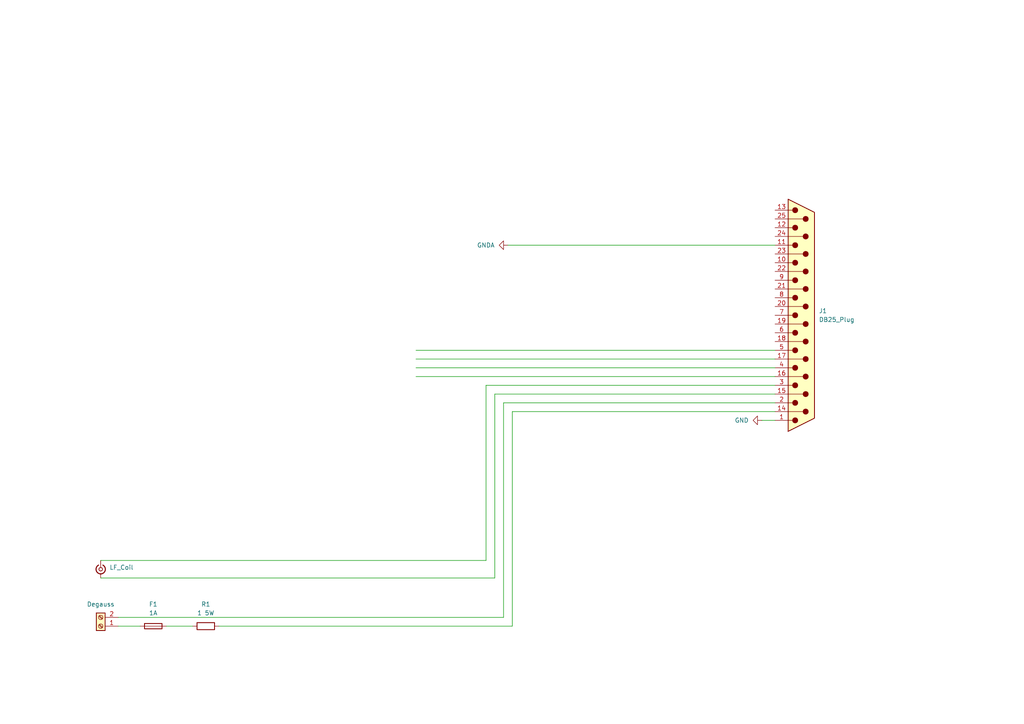
<source format=kicad_sch>
(kicad_sch (version 20231120) (generator "eeschema") (generator_version "8.0")
  (paper "A4")
  (lib_symbols
    (symbol "Connector:Conn_Coaxial_Small" (pin_numbers hide) (pin_names (offset 1.016) hide)
      (property "Reference" "J" (at 0.254 3.048 0))
      (property "Value" "Conn_Coaxial_Small" (at 0 -3.81 0))
      (symbol "Conn_Coaxial_Small_0_1"
        (polyline (pts (xy -2.54 0) (xy -0.508 0)))
        (circle (center 0 0) (radius 0.508) (stroke (width 0.2032)))
      )
      (symbol "Conn_Coaxial_Small_1_1"
        (arc (start -1.1916 -0.6311) (mid 0.327 -1.3081) (end 1.3484 0.0039) (stroke (width 0.3048)))
        (arc (start 1.3484 -0.0039) (mid 0.327 1.3081) (end -1.1916 0.6311) (stroke (width 0.3048)))
        (pin passive line (at -2.54 0 0) (length 1.27) (name "In") (number "1"))
        (pin passive line (at 2.54 0 180) (length 1.27) (name "Ext") (number "2"))
      )
    )
    (symbol "Connector:DB25_Plug" (pin_names (offset 1.016) hide)
      (property "Reference" "J" (at 0 34.29 0))
      (property "Value" "DB25_Plug" (at 0 -34.925 0))
      (symbol "DB25_Plug_0_1"
        (circle (center -1.778 -30.48) (radius 0.762) (fill (type outline)))
        (circle (center -1.778 -25.4) (radius 0.762) (fill (type outline)))
        (circle (center -1.778 -20.32) (radius 0.762) (fill (type outline)))
        (circle (center -1.778 -15.24) (radius 0.762) (fill (type outline)))
        (circle (center -1.778 -10.16) (radius 0.762) (fill (type outline)))
        (circle (center -1.778 -5.08) (radius 0.762) (fill (type outline)))
        (circle (center -1.778 0) (radius 0.762) (fill (type outline)))
        (circle (center -1.778 5.08) (radius 0.762) (fill (type outline)))
        (circle (center -1.778 10.16) (radius 0.762) (fill (type outline)))
        (circle (center -1.778 15.24) (radius 0.762) (fill (type outline)))
        (circle (center -1.778 20.32) (radius 0.762) (fill (type outline)))
        (circle (center -1.778 25.4) (radius 0.762) (fill (type outline)))
        (circle (center -1.778 30.48) (radius 0.762) (fill (type outline)))
        (polyline (pts (xy -3.81 -30.48) (xy -2.54 -30.48)))
        (polyline (pts (xy -3.81 -27.94) (xy 0.508 -27.94)))
        (polyline (pts (xy -3.81 -25.4) (xy -2.54 -25.4)))
        (polyline (pts (xy -3.81 -22.86) (xy 0.508 -22.86)))
        (polyline (pts (xy -3.81 -20.32) (xy -2.54 -20.32)))
        (polyline (pts (xy -3.81 -17.78) (xy 0.508 -17.78)))
        (polyline (pts (xy -3.81 -15.24) (xy -2.54 -15.24)))
        (polyline (pts (xy -3.81 -12.7) (xy 0.508 -12.7)))
        (polyline (pts (xy -3.81 -10.16) (xy -2.54 -10.16)))
        (polyline (pts (xy -3.81 -7.62) (xy 0.508 -7.62)))
        (polyline (pts (xy -3.81 -5.08) (xy -2.54 -5.08)))
        (polyline (pts (xy -3.81 -2.54) (xy 0.508 -2.54)))
        (polyline (pts (xy -3.81 0) (xy -2.54 0)))
        (polyline (pts (xy -3.81 2.54) (xy 0.508 2.54)))
        (polyline (pts (xy -3.81 5.08) (xy -2.54 5.08)))
        (polyline (pts (xy -3.81 7.62) (xy 0.508 7.62)))
        (polyline (pts (xy -3.81 10.16) (xy -2.54 10.16)))
        (polyline (pts (xy -3.81 12.7) (xy 0.508 12.7)))
        (polyline (pts (xy -3.81 15.24) (xy -2.54 15.24)))
        (polyline (pts (xy -3.81 17.78) (xy 0.508 17.78)))
        (polyline (pts (xy -3.81 20.32) (xy -2.54 20.32)))
        (polyline (pts (xy -3.81 22.86) (xy 0.508 22.86)))
        (polyline (pts (xy -3.81 25.4) (xy -2.54 25.4)))
        (polyline (pts (xy -3.81 27.94) (xy 0.508 27.94)))
        (polyline (pts (xy -3.81 30.48) (xy -2.54 30.48)))
        (polyline (pts (xy -3.81 -33.655) (xy 3.81 -29.845) (xy 3.81 29.845) (xy -3.81 33.655) (xy -3.81 -33.655)) (stroke (width 0.254)) (fill (type background)))
        (circle (center 1.27 -27.94) (radius 0.762) (fill (type outline)))
        (circle (center 1.27 -22.86) (radius 0.762) (fill (type outline)))
        (circle (center 1.27 -17.78) (radius 0.762) (fill (type outline)))
        (circle (center 1.27 -12.7) (radius 0.762) (fill (type outline)))
        (circle (center 1.27 -7.62) (radius 0.762) (fill (type outline)))
        (circle (center 1.27 -2.54) (radius 0.762) (fill (type outline)))
        (circle (center 1.27 2.54) (radius 0.762) (fill (type outline)))
        (circle (center 1.27 7.62) (radius 0.762) (fill (type outline)))
        (circle (center 1.27 12.7) (radius 0.762) (fill (type outline)))
        (circle (center 1.27 17.78) (radius 0.762) (fill (type outline)))
        (circle (center 1.27 22.86) (radius 0.762) (fill (type outline)))
        (circle (center 1.27 27.94) (radius 0.762) (fill (type outline)))
      )
      (symbol "DB25_Plug_1_1"
        (pin passive line (at -7.62 -30.48 0) (length 3.81) (name "1") (number "1"))
        (pin passive line (at -7.62 15.24 0) (length 3.81) (name "10") (number "10"))
        (pin passive line (at -7.62 20.32 0) (length 3.81) (name "11") (number "11"))
        (pin passive line (at -7.62 25.4 0) (length 3.81) (name "12") (number "12"))
        (pin passive line (at -7.62 30.48 0) (length 3.81) (name "13") (number "13"))
        (pin passive line (at -7.62 -27.94 0) (length 3.81) (name "P14") (number "14"))
        (pin passive line (at -7.62 -22.86 0) (length 3.81) (name "P15") (number "15"))
        (pin passive line (at -7.62 -17.78 0) (length 3.81) (name "P16") (number "16"))
        (pin passive line (at -7.62 -12.7 0) (length 3.81) (name "P17") (number "17"))
        (pin passive line (at -7.62 -7.62 0) (length 3.81) (name "P18") (number "18"))
        (pin passive line (at -7.62 -2.54 0) (length 3.81) (name "P19") (number "19"))
        (pin passive line (at -7.62 -25.4 0) (length 3.81) (name "2") (number "2"))
        (pin passive line (at -7.62 2.54 0) (length 3.81) (name "P20") (number "20"))
        (pin passive line (at -7.62 7.62 0) (length 3.81) (name "P21") (number "21"))
        (pin passive line (at -7.62 12.7 0) (length 3.81) (name "P22") (number "22"))
        (pin passive line (at -7.62 17.78 0) (length 3.81) (name "P23") (number "23"))
        (pin passive line (at -7.62 22.86 0) (length 3.81) (name "P24") (number "24"))
        (pin passive line (at -7.62 27.94 0) (length 3.81) (name "P25") (number "25"))
        (pin passive line (at -7.62 -20.32 0) (length 3.81) (name "3") (number "3"))
        (pin passive line (at -7.62 -15.24 0) (length 3.81) (name "4") (number "4"))
        (pin passive line (at -7.62 -10.16 0) (length 3.81) (name "5") (number "5"))
        (pin passive line (at -7.62 -5.08 0) (length 3.81) (name "6") (number "6"))
        (pin passive line (at -7.62 0 0) (length 3.81) (name "7") (number "7"))
        (pin passive line (at -7.62 5.08 0) (length 3.81) (name "8") (number "8"))
        (pin passive line (at -7.62 10.16 0) (length 3.81) (name "9") (number "9"))
      )
    )
    (symbol "Connector:Screw_Terminal_01x02" (pin_names (offset 1.016) hide)
      (property "Reference" "J" (at 0 2.54 0))
      (property "Value" "Screw_Terminal_01x02" (at 0 -5.08 0))
      (symbol "Screw_Terminal_01x02_1_1"
        (rectangle (start -1.27 1.27) (end 1.27 -3.81) (stroke (width 0.254)) (fill (type background)))
        (circle (center 0 -2.54) (radius 0.635) (stroke (width 0.1524)))
        (polyline (pts (xy -0.5334 -2.2098) (xy 0.3302 -3.048)) (stroke (width 0.1524)))
        (polyline (pts (xy -0.5334 0.3302) (xy 0.3302 -0.508)) (stroke (width 0.1524)))
        (polyline (pts (xy -0.3556 -2.032) (xy 0.508 -2.8702)) (stroke (width 0.1524)))
        (polyline (pts (xy -0.3556 0.508) (xy 0.508 -0.3302)) (stroke (width 0.1524)))
        (circle (center 0 0) (radius 0.635) (stroke (width 0.1524)))
        (pin passive line (at -5.08 0 0) (length 3.81) (name "Pin_1") (number "1"))
        (pin passive line (at -5.08 -2.54 0) (length 3.81) (name "Pin_2") (number "2"))
      )
    )
    (symbol "Device:Fuse" (pin_numbers hide) (pin_names (offset 0))
      (property "Reference" "F" (at 2.032 0 90))
      (property "Value" "Fuse" (at -1.905 0 90))
      (symbol "Fuse_0_1"
        (rectangle (start -0.762 -2.54) (end 0.762 2.54) (stroke (width 0.254)))
        (polyline (pts (xy 0 2.54) (xy 0 -2.54)))
      )
      (symbol "Fuse_1_1"
        (pin passive line (at 0 3.81 270) (length 1.27) (name "~") (number "1"))
        (pin passive line (at 0 -3.81 90) (length 1.27) (name "~") (number "2"))
      )
    )
    (symbol "Device:R" (pin_numbers hide) (pin_names (offset 0))
      (property "Reference" "R" (at 2.032 0 90))
      (property "Value" "R" (at 0 0 90))
      (symbol "R_0_1"
        (rectangle (start -1.016 -2.54) (end 1.016 2.54) (stroke (width 0.254)))
      )
      (symbol "R_1_1"
        (pin passive line (at 0 3.81 270) (length 1.27) (name "~") (number "1"))
        (pin passive line (at 0 -3.81 90) (length 1.27) (name "~") (number "2"))
      )
    )
    (symbol "power:GND" (power) (pin_numbers hide) (pin_names (offset 0) hide)
      (property "Value" "GND" (at 0 -3.81 0))
      (symbol "GND_0_1"
        (polyline (pts (xy 0 0) (xy 0 -1.27) (xy 1.27 -1.27) (xy 0 -2.54) (xy -1.27 -1.27) (xy 0 -1.27)))
      )
      (symbol "GND_1_1"
        (pin power_in line (at 0 0 270) (length 0) (name "~") (number "1"))
      )
    )
    (symbol "power:GNDA" (power) (pin_numbers hide) (pin_names (offset 0) hide)
      (property "Value" "GNDA" (at 0 -3.81 0))
      (symbol "GNDA_0_1"
        (polyline (pts (xy 0 0) (xy 0 -1.27) (xy 1.27 -1.27) (xy 0 -2.54) (xy -1.27 -1.27) (xy 0 -1.27)))
      )
      (symbol "GNDA_1_1"
        (pin power_in line (at 0 0 270) (length 0) (name "~") (number "1"))
      )
    )
  )
  (wire (pts (xy 146.05 179.07) (xy 34.29 179.07)))
  (wire (pts (xy 120.65 104.14) (xy 224.79 104.14)))
  (wire (pts (xy 120.65 101.6) (xy 224.79 101.6)))
  (wire (pts (xy 120.65 109.22) (xy 224.79 109.22)))
  (wire (pts (xy 48.26 181.61) (xy 55.88 181.61)))
  (wire (pts (xy 224.79 116.84) (xy 146.05 116.84)))
  (wire (pts (xy 143.51 114.3) (xy 143.51 167.64)))
  (wire (pts (xy 224.79 114.3) (xy 143.51 114.3)))
  (wire (pts (xy 146.05 116.84) (xy 146.05 179.07)))
  (wire (pts (xy 147.32 71.12) (xy 224.79 71.12)))
  (wire (pts (xy 140.97 111.76) (xy 224.79 111.76)))
  (wire (pts (xy 34.29 181.61) (xy 40.64 181.61)))
  (wire (pts (xy 29.21 162.56) (xy 140.97 162.56)))
  (wire (pts (xy 148.59 181.61) (xy 148.59 119.38)))
  (wire (pts (xy 120.65 106.68) (xy 224.79 106.68)))
  (wire (pts (xy 63.5 181.61) (xy 148.59 181.61)))
  (wire (pts (xy 29.21 167.64) (xy 143.51 167.64)))
  (wire (pts (xy 140.97 162.56) (xy 140.97 111.76)))
  (wire (pts (xy 148.59 119.38) (xy 224.79 119.38)))
  (wire (pts (xy 220.98 121.92) (xy 224.79 121.92)))
  (symbol (lib_id "power:GND") (at 220.98 121.92 270) (unit 1)
    (property "Reference" "#PWR01" (effects (hide yes)))
    (property "Value" "GND" (at 217.17 121.9199 90) (effects (justify right)))
    (property "Description" "Power symbol creates a global label with name \"GND\" , ground" (effects (hide yes)))
  )
  (symbol (lib_id "Device:R") (at 59.69 181.61 270) (unit 1)
    (property "Reference" "R1" (at 59.69 175.26 90))
    (property "Value" "1 5W" (at 59.69 177.8 90))
    (property "Footprint" "Resistor_THT:R_Axial_Power_L25.0mm_W6.4mm_P30.48mm" (effects (hide yes)))
    (property "Description" "Resistor" (effects (hide yes)))
  )
  (symbol (lib_id "Connector:DB25_Plug") (at 232.41 91.44 0) (unit 1)
    (property "Reference" "J1" (at 237.49 90.1699 0) (effects (justify left)))
    (property "Value" "DB25_Plug" (at 237.49 92.7099 0) (effects (justify left)))
    (property "Footprint" "Connector_Dsub:DSUB-25_Male_Horizontal_P2.77x2.54mm_EdgePinOffset9.40mm" (effects (hide yes)))
    (property "Datasheet" " ~" (effects (hide yes)))
    (property "Description" "25-pin male plug pin D-SUB connector" (effects (hide yes)))
  )
  (symbol (lib_id "Device:Fuse") (at 44.45 181.61 90) (unit 1)
    (property "Reference" "F1" (at 44.45 175.26 90))
    (property "Value" "1A" (at 44.45 177.8 90))
    (property "Footprint" "Fuse:Fuseholder_Clip-5x20mm_Bel_FC-203-22_Lateral_P17.80x5.00mm_D1.17mm_Horizontal" (effects (hide yes)))
    (property "Description" "Fuse" (effects (hide yes)))
  )
  (symbol (lib_id "Connector:Conn_Coaxial_Small") (at 29.21 165.1 270) (unit 1)
    (property "Reference" "LF_Coil" (at 31.75 164.5803 90) (effects (justify left)))
    (property "Value" "Conn_Coaxial_Small" (effects (hide yes)))
    (property "Footprint" "Connector_Coaxial:SMA_Amphenol_901-143_Horizontal" (effects (hide yes)))
    (property "Datasheet" " ~" (effects (hide yes)))
    (property "Description" "small coaxial connector (BNC, SMA, SMB, SMC, Cinch/RCA, LEMO, ...)" (effects (hide yes)))
  )
  (symbol (lib_id "Connector:Screw_Terminal_01x02") (at 29.21 181.61 180) (unit 1)
    (property "Reference" "Degauss" (at 29.21 175.26 0))
    (property "Value" "Screw_Terminal_01x02" (effects (hide yes)))
    (property "Footprint" "TerminalBlock:TerminalBlock_Altech_AK300-2_P5.00mm" (effects (hide yes)))
    (property "Description" "Generic screw terminal, single row, 01x02, script generated (kicad-library-utils/schlib/autogen/connector/)" (effects (hide yes)))
  )
  (symbol (lib_id "power:GNDA") (at 147.32 71.12 270) (unit 1)
    (property "Reference" "#PWR02" (effects (hide yes)))
    (property "Value" "GNDA" (at 143.51 71.1199 90) (effects (justify right)))
    (property "Description" "Power symbol creates a global label with name \"GNDA\" , analog ground" (effects (hide yes)))
  )
)
</source>
